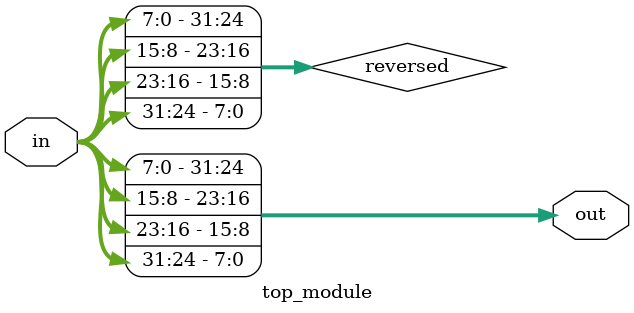
<source format=sv>
module top_module (
    input [31:0] in,
    output [31:0] out
);
    reg [31:0] reversed;

    assign out = reversed;

    always @(*) begin
        reversed[7:0] = in[31:24];
        reversed[15:8] = in[23:16];
        reversed[23:16] = in[15:8];
        reversed[31:24] = in[7:0];
    end

endmodule

</source>
